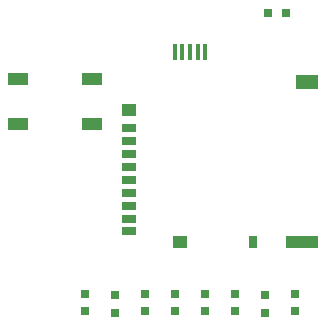
<source format=gbr>
G04 #@! TF.GenerationSoftware,KiCad,Pcbnew,5.1.5*
G04 #@! TF.CreationDate,2020-03-16T00:35:52-04:00*
G04 #@! TF.ProjectId,dot-driver,646f742d-6472-4697-9665-722e6b696361,rev?*
G04 #@! TF.SameCoordinates,Original*
G04 #@! TF.FileFunction,Paste,Top*
G04 #@! TF.FilePolarity,Positive*
%FSLAX46Y46*%
G04 Gerber Fmt 4.6, Leading zero omitted, Abs format (unit mm)*
G04 Created by KiCad (PCBNEW 5.1.5) date 2020-03-16 00:35:52*
%MOMM*%
%LPD*%
G04 APERTURE LIST*
%ADD10R,0.797560X0.797560*%
%ADD11R,1.900000X1.300000*%
%ADD12R,2.800000X1.000000*%
%ADD13R,0.800000X1.000000*%
%ADD14R,1.200000X1.000000*%
%ADD15R,1.200000X0.700000*%
%ADD16R,0.400000X1.350000*%
%ADD17R,1.700000X1.000000*%
G04 APERTURE END LIST*
D10*
X132080000Y-102641400D03*
X132080000Y-104140000D03*
X149860000Y-102641400D03*
X149860000Y-104140000D03*
X134620000Y-102755700D03*
X134620000Y-104254300D03*
X139700000Y-104140000D03*
X139700000Y-102641400D03*
X147599400Y-78867000D03*
X149098000Y-78867000D03*
D11*
X150885000Y-84765000D03*
D12*
X150435000Y-98265000D03*
D13*
X146285000Y-98265000D03*
D14*
X140085000Y-98265000D03*
X135785000Y-87115000D03*
D15*
X135785000Y-95265000D03*
X135785000Y-94165000D03*
X135785000Y-93065000D03*
X135785000Y-91965000D03*
X135785000Y-90865000D03*
X135785000Y-89765000D03*
X135785000Y-88665000D03*
X135785000Y-96365000D03*
X135785000Y-97315000D03*
D10*
X142240000Y-104140000D03*
X142240000Y-102641400D03*
X137160000Y-104140000D03*
X137160000Y-102641400D03*
X144780000Y-102641400D03*
X144780000Y-104140000D03*
X147320000Y-104254300D03*
X147320000Y-102755700D03*
D16*
X142270900Y-82207540D03*
X141620900Y-82207540D03*
X140970900Y-82207540D03*
X140320900Y-82207540D03*
X139670900Y-82207540D03*
D17*
X126390000Y-84460000D03*
X132690000Y-84460000D03*
X126390000Y-88260000D03*
X132690000Y-88260000D03*
M02*

</source>
